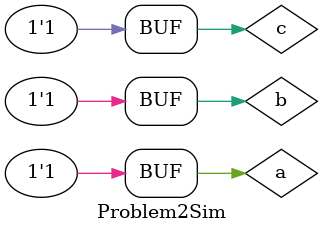
<source format=v>
`timescale 1ns / 1ps


module Problem2Sim();
    reg a;
    reg b;
    reg c;
    
    wire x;
        
    Problem2Mod UUT(
        .a(a),
        .b(b),
        .c(c),
        .x(x)
    );
    
    initial begin
        a=0;
        b=0;
        c=0;
        #10;
        
        a=0;
        b=0;
        c=1;
        #10;
          
        a=0;
        b=1;
        c=0;
        #10;
        
        a=0;
        b=1;
        c=1;
        #10;
      
        a=1;
        b=0;
        c=0;
        #10;
        
        a=1;
        b=0;
        c=1;
        #10;
        
        a=1;
        b=1;
        c=0;
        #10;
        
        a=1;
        b=1;
        c=1;
        
    end

endmodule

</source>
